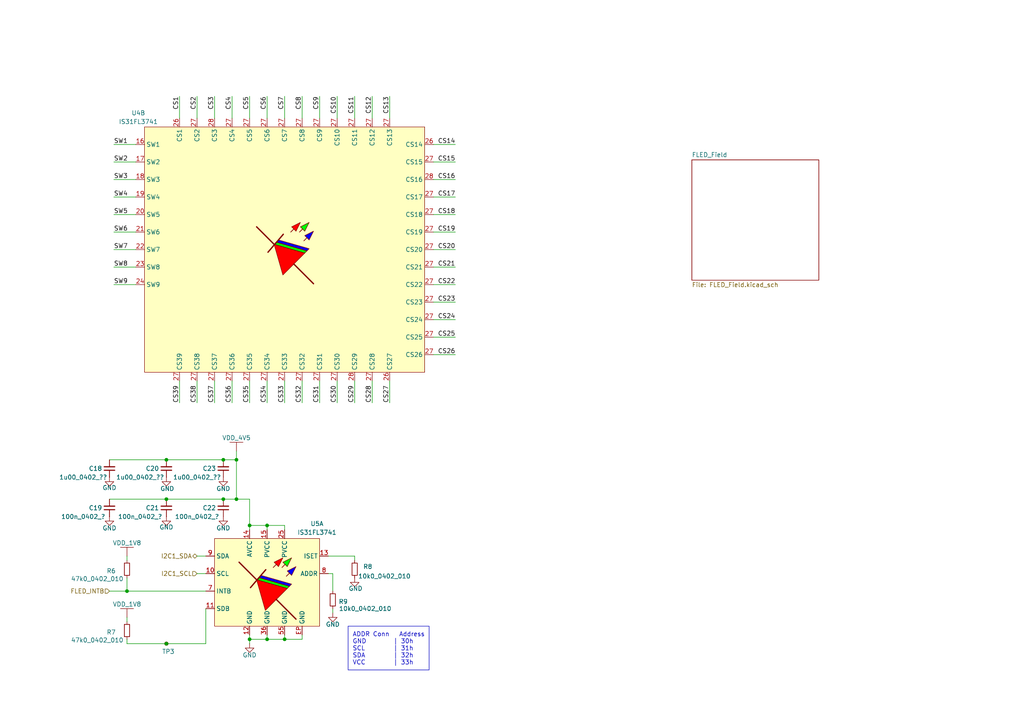
<source format=kicad_sch>
(kicad_sch (version 20250114) (generator "eeschema") (generator_version "9.0")
  (paper "A4")
  (title_block (title "Beacon Lite") (date "2025-04-13") (rev "1") (company "Beep Boop"))
  (lib_symbols
    (symbol "Beacon_Lite_Library:IS31FL3741"
      (property "Reference" "U" (at -5.08 5.08 0))
      (property "Value" "IS31FL3741" (at 0 2.54 0))
      (symbol "IS31FL3741_1_1"
        (rectangle (start 0 0) (end 30.48 -25.4) (fill (type background)))
        (polyline (pts (xy 7.112 -6.858) (xy 12.192 -11.938)) (stroke (width 0.381)))
        (polyline (pts (xy 10.414 -14.224) (xy 14.859 -9.017)) (stroke (width 0.381)))
        (polyline (pts (xy 12.192 -11.938) (xy 14.732 -20.828) (xy 21.082 -14.478) (xy 12.192 -11.938)) (fill (type color) (color 255 0 0 1)))
        (polyline (pts (xy 17.907 -7.493) (xy 17.018 -8.382)) (stroke (width 0.2032)))
        (polyline (pts (xy 17.907 -17.653) (xy 23.622 -23.368)) (stroke (width 0.381)))
        (polyline (pts (xy 18.542 -8.128) (xy 18.542 -8.128) (xy 19.812 -5.588) (xy 17.272 -6.858) (xy 18.542 -8.128)) (fill (type color) (color 255 0 0 1)))
        (polyline (pts (xy 20.447 -7.493) (xy 19.558 -8.382)) (stroke (width 0.2032)))
        (polyline (pts (xy 21.082 -8.128) (xy 21.082 -8.128) (xy 22.352 -5.588) (xy 19.812 -6.858) (xy 21.082 -8.128)) (fill (type color) (color 0 255 0 1)))
        (polyline (pts (xy 21.082 -14.478) (xy 21.717 -13.843) (xy 12.827 -11.303) (xy 12.192 -11.938) (xy 21.082 -14.478)) (fill (type color) (color 0 255 0 1)))
        (polyline (pts (xy 21.717 -10.033) (xy 20.828 -10.922)) (stroke (width 0.2032)))
        (polyline (pts (xy 21.717 -13.843) (xy 22.352 -13.208) (xy 13.462 -10.668) (xy 12.827 -11.303) (xy 21.717 -13.843)) (fill (type color) (color 0 0 255 1)))
        (polyline (pts (xy 22.352 -10.668) (xy 22.352 -10.668) (xy 23.622 -8.128) (xy 21.082 -9.398) (xy 22.352 -10.668)) (fill (type color) (color 0 0 255 1)))
        (pin bidirectional line (at -2.54 -5.08 0) (length 2.54) (name "SDA") (number "9"))
        (pin input line (at -2.54 -10.16 0) (length 2.54) (name "SCL") (number "10"))
        (pin input line (at -2.54 -15.24 0) (length 2.54) (name "INTB") (number "7"))
        (pin input line (at -2.54 -20.32 0) (length 2.54) (name "SDB") (number "11"))
        (pin power_in line (at 10.16 2.54 270) (length 2.54) (name "PVCC") (number "14"))
        (pin input line (at 10.16 -27.94 90) (length 2.54) (name "GND") (number "12"))
        (pin power_in line (at 15.24 2.54 270) (length 2.54) (name "PVCC") (number "15"))
        (pin passive line (at 15.24 -27.94 90) (length 2.54) (name "GND") (number "36"))
        (pin power_in line (at 20.32 2.54 270) (length 2.54) (name "PVCC") (number "25"))
        (pin passive line (at 20.32 -27.94 90) (length 2.54) (name "GND") (number "55"))
        (pin input line (at 33.02 -5.08 180) (length 2.54) (name "ISET") (number "13"))
        (pin input line (at 33.02 -10.16 180) (length 2.54) (name "ADDR") (number "8"))
      )
      (symbol "IS31FL3741_2_1"
        (rectangle (start 0 0) (end 81.28 -71.12) (fill (type background)))
        (polyline (pts (xy 32.512 -28.956) (xy 37.592 -34.036)) (stroke (width 0.381)))
        (polyline (pts (xy 35.814 -36.322) (xy 40.259 -31.115)) (stroke (width 0.381)))
        (polyline (pts (xy 37.592 -34.036) (xy 40.132 -42.926) (xy 46.482 -36.576) (xy 37.592 -34.036)) (fill (type color) (color 255 0 0 1)))
        (polyline (pts (xy 43.307 -29.591) (xy 42.418 -30.48)) (stroke (width 0.2032)))
        (polyline (pts (xy 43.307 -39.751) (xy 49.022 -45.466)) (stroke (width 0.381)))
        (polyline (pts (xy 43.942 -30.226) (xy 43.942 -30.226) (xy 45.212 -27.686) (xy 42.672 -28.956) (xy 43.942 -30.226)) (fill (type color) (color 255 0 0 1)))
        (polyline (pts (xy 45.847 -29.591) (xy 44.958 -30.48)) (stroke (width 0.2032)))
        (polyline (pts (xy 46.482 -30.226) (xy 46.482 -30.226) (xy 47.752 -27.686) (xy 45.212 -28.956) (xy 46.482 -30.226)) (fill (type color) (color 0 255 0 1)))
        (polyline (pts (xy 46.482 -36.576) (xy 47.117 -35.941) (xy 38.227 -33.401) (xy 37.592 -34.036) (xy 46.482 -36.576)) (fill (type color) (color 0 255 0 1)))
        (polyline (pts (xy 47.117 -32.131) (xy 46.228 -33.02)) (stroke (width 0.2032)))
        (polyline (pts (xy 47.117 -35.941) (xy 47.752 -35.306) (xy 38.862 -32.766) (xy 38.227 -33.401) (xy 47.117 -35.941)) (fill (type color) (color 0 0 255 1)))
        (polyline (pts (xy 47.752 -32.766) (xy 47.752 -32.766) (xy 49.022 -30.226) (xy 46.482 -31.496) (xy 47.752 -32.766)) (fill (type color) (color 0 0 255 1)))
        (pin output line (at -2.54 -5.08 0) (length 2.54) (name "SW1") (number "16"))
        (pin output line (at -2.54 -10.16 0) (length 2.54) (name "SW2") (number "17"))
        (pin output line (at -2.54 -15.24 0) (length 2.54) (name "SW3") (number "18"))
        (pin output line (at -2.54 -20.32 0) (length 2.54) (name "SW4") (number "19"))
        (pin output line (at -2.54 -25.4 0) (length 2.54) (name "SW5") (number "20"))
        (pin output line (at -2.54 -30.48 0) (length 2.54) (name "SW6") (number "21"))
        (pin output line (at -2.54 -35.56 0) (length 2.54) (name "SW7") (number "22"))
        (pin output line (at -2.54 -40.64 0) (length 2.54) (name "SW8") (number "23"))
        (pin output line (at -2.54 -45.72 0) (length 2.54) (name "SW9") (number "24"))
        (pin input line (at 10.16 2.54 270) (length 2.54) (name "CS1") (number "26"))
        (pin input line (at 10.16 -73.66 90) (length 2.54) (name "CS39") (number "27"))
        (pin input line (at 15.24 2.54 270) (length 2.54) (name "CS2") (number "27"))
        (pin input line (at 15.24 -73.66 90) (length 2.54) (name "CS38") (number "27"))
        (pin input line (at 20.32 2.54 270) (length 2.54) (name "CS3") (number "28"))
        (pin input line (at 20.32 -73.66 90) (length 2.54) (name "CS37") (number "27"))
        (pin input line (at 25.4 2.54 270) (length 2.54) (name "CS4") (number "27"))
        (pin input line (at 25.4 -73.66 90) (length 2.54) (name "CS36") (number "27"))
        (pin input line (at 30.48 2.54 270) (length 2.54) (name "CS5") (number "27"))
        (pin input line (at 30.48 -73.66 90) (length 2.54) (name "CS35") (number "27"))
        (pin input line (at 35.56 2.54 270) (length 2.54) (name "CS6") (number "27"))
        (pin input line (at 35.56 -73.66 90) (length 2.54) (name "CS34") (number "27"))
        (pin input line (at 40.64 2.54 270) (length 2.54) (name "CS7") (number "27"))
        (pin input line (at 40.64 -73.66 90) (length 2.54) (name "CS33") (number "27"))
        (pin input line (at 45.72 2.54 270) (length 2.54) (name "CS8") (number "27"))
        (pin input line (at 45.72 -73.66 90) (length 2.54) (name "CS32") (number "27"))
        (pin input line (at 50.8 2.54 270) (length 2.54) (name "CS9") (number "27"))
        (pin input line (at 50.8 -73.66 90) (length 2.54) (name "CS31") (number "27"))
        (pin input line (at 55.88 2.54 270) (length 2.54) (name "CS10") (number "27"))
        (pin input line (at 55.88 -73.66 90) (length 2.54) (name "CS30") (number "27"))
        (pin input line (at 60.96 2.54 270) (length 2.54) (name "CS11") (number "27"))
        (pin input line (at 60.96 -73.66 90) (length 2.54) (name "CS29") (number "28"))
        (pin input line (at 66.04 2.54 270) (length 2.54) (name "CS12") (number "27"))
        (pin input line (at 66.04 -73.66 90) (length 2.54) (name "CS28") (number "27"))
        (pin input line (at 71.12 2.54 270) (length 2.54) (name "CS13") (number "27"))
        (pin input line (at 71.12 -73.66 90) (length 2.54) (name "CS27") (number "26"))
        (pin input line (at 83.82 -5.08 180) (length 2.54) (name "CS14") (number "26"))
        (pin input line (at 83.82 -10.16 180) (length 2.54) (name "CS15") (number "27"))
        (pin input line (at 83.82 -15.24 180) (length 2.54) (name "CS16") (number "28"))
        (pin input line (at 83.82 -20.32 180) (length 2.54) (name "CS17") (number "27"))
        (pin input line (at 83.82 -25.4 180) (length 2.54) (name "CS18") (number "27"))
        (pin input line (at 83.82 -30.48 180) (length 2.54) (name "CS19") (number "27"))
        (pin input line (at 83.82 -35.56 180) (length 2.54) (name "CS20") (number "27"))
        (pin input line (at 83.82 -40.64 180) (length 2.54) (name "CS21") (number "27"))
        (pin input line (at 83.82 -45.72 180) (length 2.54) (name "CS22") (number "27"))
        (pin input line (at 83.82 -50.8 180) (length 2.54) (name "CS23") (number "27"))
        (pin input line (at 83.82 -55.88 180) (length 2.54) (name "CS24") (number "27"))
        (pin input line (at 83.82 -60.96 180) (length 2.54) (name "CS25") (number "27"))
        (pin input line (at 83.82 -66.04 180) (length 2.54) (name "CS26") (number "27"))
      )
    )
    (symbol "Beacon_Lite_Library:VDD" (power) (in_bom no) (on_board no)
      (property "Value" "VDD" (at 4.826 -0.508 0))
      (symbol "VDD_0_1"
        (polyline (pts (xy 0 2.54) (xy 0 0)))
        (polyline (pts (xy 1.905 2.54) (xy -1.905 2.54)))
      )
      (symbol "VDD_1_1"
        (pin power_in line (at 0 0 90) (length 2.54) (hide yes) (name "VDD_3V3") (number ""))
      )
    )
    (symbol "Connector:TestPoint_Small" (pin_numbers (hide yes)) (pin_names (offset 0.762) (hide yes))
      (property "Reference" "TP" (at 0 3.81 0))
      (property "Value" "TestPoint_Small" (at 0 2.032 0))
      (symbol "TestPoint_Small_0_1"
        (circle (center 0 0) (radius 0.508))
      )
      (symbol "TestPoint_Small_1_1"
        (pin passive line (at 0 0 90) (length 0) (name "1") (number "1"))
      )
    )
    (symbol "Device:C_Small" (pin_numbers (hide yes)) (pin_names (offset 0.254) (hide yes))
      (property "Reference" "C" (at 0.254 1.778 0))
      (property "Value" "C_Small" (at 0.254 -2.032 0))
      (symbol "C_Small_0_1"
        (polyline (pts (xy -1.524 0.508) (xy 1.524 0.508)) (stroke (width 0.3048)))
        (polyline (pts (xy -1.524 -0.508) (xy 1.524 -0.508)) (stroke (width 0.3302)))
      )
      (symbol "C_Small_1_1"
        (pin passive line (at 0 2.54 270) (length 2.032) (name "~") (number "1"))
        (pin passive line (at 0 -2.54 90) (length 2.032) (name "~") (number "2"))
      )
    )
    (symbol "Device:R_Small" (pin_numbers (hide yes)) (pin_names (offset 0.254) (hide yes))
      (property "Reference" "R" (at 0.762 0.508 0))
      (property "Value" "R_Small" (at 0.762 -1.016 0))
      (symbol "R_Small_0_1"
        (rectangle (start -0.762 1.778) (end 0.762 -1.778) (stroke (width 0.2032)))
      )
      (symbol "R_Small_1_1"
        (pin passive line (at 0 2.54 270) (length 0.762) (name "~") (number "1"))
        (pin passive line (at 0 -2.54 90) (length 0.762) (name "~") (number "2"))
      )
    )
    (symbol "IS31FL3741_1"
      (property "Reference" "U" (at -5.08 5.08 0))
      (property "Value" "IS31FL3741" (at 0 2.54 0))
      (symbol "IS31FL3741_1_1_1"
        (rectangle (start 0 0) (end 30.48 -25.4) (fill (type background)))
        (polyline (pts (xy 7.112 -6.858) (xy 12.192 -11.938)) (stroke (width 0.381)))
        (polyline (pts (xy 10.414 -14.224) (xy 14.859 -9.017)) (stroke (width 0.381)))
        (polyline (pts (xy 12.192 -11.938) (xy 14.732 -20.828) (xy 21.082 -14.478) (xy 12.192 -11.938)) (fill (type color) (color 255 0 0 1)))
        (polyline (pts (xy 17.907 -7.493) (xy 17.018 -8.382)) (stroke (width 0.2032)))
        (polyline (pts (xy 17.907 -17.653) (xy 23.622 -23.368)) (stroke (width 0.381)))
        (polyline (pts (xy 18.542 -8.128) (xy 18.542 -8.128) (xy 19.812 -5.588) (xy 17.272 -6.858) (xy 18.542 -8.128)) (fill (type color) (color 255 0 0 1)))
        (polyline (pts (xy 20.447 -7.493) (xy 19.558 -8.382)) (stroke (width 0.2032)))
        (polyline (pts (xy 21.082 -8.128) (xy 21.082 -8.128) (xy 22.352 -5.588) (xy 19.812 -6.858) (xy 21.082 -8.128)) (fill (type color) (color 0 255 0 1)))
        (polyline (pts (xy 21.082 -14.478) (xy 21.717 -13.843) (xy 12.827 -11.303) (xy 12.192 -11.938) (xy 21.082 -14.478)) (fill (type color) (color 0 255 0 1)))
        (polyline (pts (xy 21.717 -10.033) (xy 20.828 -10.922)) (stroke (width 0.2032)))
        (polyline (pts (xy 21.717 -13.843) (xy 22.352 -13.208) (xy 13.462 -10.668) (xy 12.827 -11.303) (xy 21.717 -13.843)) (fill (type color) (color 0 0 255 1)))
        (polyline (pts (xy 22.352 -10.668) (xy 22.352 -10.668) (xy 23.622 -8.128) (xy 21.082 -9.398) (xy 22.352 -10.668)) (fill (type color) (color 0 0 255 1)))
        (pin bidirectional line (at -2.54 -5.08 0) (length 2.54) (name "SDA") (number "9"))
        (pin input line (at -2.54 -10.16 0) (length 2.54) (name "SCL") (number "10"))
        (pin input line (at -2.54 -15.24 0) (length 2.54) (name "INTB") (number "7"))
        (pin input line (at -2.54 -20.32 0) (length 2.54) (name "SDB") (number "11"))
        (pin power_in line (at 10.16 2.54 270) (length 2.54) (name "AVCC") (number "14"))
        (pin input line (at 10.16 -27.94 90) (length 2.54) (name "GND") (number "12"))
        (pin power_in line (at 15.24 2.54 270) (length 2.54) (name "PVCC") (number "15"))
        (pin passive line (at 15.24 -27.94 90) (length 2.54) (name "GND") (number "36"))
        (pin power_in line (at 20.32 2.54 270) (length 2.54) (name "PVCC") (number "25"))
        (pin passive line (at 20.32 -27.94 90) (length 2.54) (name "GND") (number "55"))
        (pin passive line (at 25.4 -27.94 90) (length 2.54) (name "GND") (number "EP"))
        (pin input line (at 33.02 -5.08 180) (length 2.54) (name "ISET") (number "13"))
        (pin input line (at 33.02 -10.16 180) (length 2.54) (name "ADDR") (number "8"))
      )
      (symbol "IS31FL3741_1_2_1"
        (rectangle (start 0 0) (end 81.28 -71.12) (fill (type background)))
        (polyline (pts (xy 32.512 -28.956) (xy 37.592 -34.036)) (stroke (width 0.381)))
        (polyline (pts (xy 35.814 -36.322) (xy 40.259 -31.115)) (stroke (width 0.381)))
        (polyline (pts (xy 37.592 -34.036) (xy 40.132 -42.926) (xy 46.482 -36.576) (xy 37.592 -34.036)) (fill (type color) (color 255 0 0 1)))
        (polyline (pts (xy 43.307 -29.591) (xy 42.418 -30.48)) (stroke (width 0.2032)))
        (polyline (pts (xy 43.307 -39.751) (xy 49.022 -45.466)) (stroke (width 0.381)))
        (polyline (pts (xy 43.942 -30.226) (xy 43.942 -30.226) (xy 45.212 -27.686) (xy 42.672 -28.956) (xy 43.942 -30.226)) (fill (type color) (color 255 0 0 1)))
        (polyline (pts (xy 45.847 -29.591) (xy 44.958 -30.48)) (stroke (width 0.2032)))
        (polyline (pts (xy 46.482 -30.226) (xy 46.482 -30.226) (xy 47.752 -27.686) (xy 45.212 -28.956) (xy 46.482 -30.226)) (fill (type color) (color 0 255 0 1)))
        (polyline (pts (xy 46.482 -36.576) (xy 47.117 -35.941) (xy 38.227 -33.401) (xy 37.592 -34.036) (xy 46.482 -36.576)) (fill (type color) (color 0 255 0 1)))
        (polyline (pts (xy 47.117 -32.131) (xy 46.228 -33.02)) (stroke (width 0.2032)))
        (polyline (pts (xy 47.117 -35.941) (xy 47.752 -35.306) (xy 38.862 -32.766) (xy 38.227 -33.401) (xy 47.117 -35.941)) (fill (type color) (color 0 0 255 1)))
        (polyline (pts (xy 47.752 -32.766) (xy 47.752 -32.766) (xy 49.022 -30.226) (xy 46.482 -31.496) (xy 47.752 -32.766)) (fill (type color) (color 0 0 255 1)))
        (pin output line (at -2.54 -5.08 0) (length 2.54) (name "SW1") (number "16"))
        (pin output line (at -2.54 -10.16 0) (length 2.54) (name "SW2") (number "17"))
        (pin output line (at -2.54 -15.24 0) (length 2.54) (name "SW3") (number "18"))
        (pin output line (at -2.54 -20.32 0) (length 2.54) (name "SW4") (number "19"))
        (pin output line (at -2.54 -25.4 0) (length 2.54) (name "SW5") (number "20"))
        (pin output line (at -2.54 -30.48 0) (length 2.54) (name "SW6") (number "21"))
        (pin output line (at -2.54 -35.56 0) (length 2.54) (name "SW7") (number "22"))
        (pin output line (at -2.54 -40.64 0) (length 2.54) (name "SW8") (number "23"))
        (pin output line (at -2.54 -45.72 0) (length 2.54) (name "SW9") (number "24"))
        (pin input line (at 10.16 2.54 270) (length 2.54) (name "CS1") (number "26"))
        (pin input line (at 10.16 -73.66 90) (length 2.54) (name "CS39") (number "6"))
        (pin input line (at 15.24 2.54 270) (length 2.54) (name "CS2") (number "27"))
        (pin input line (at 15.24 -73.66 90) (length 2.54) (name "CS38") (number "5"))
        (pin input line (at 20.32 2.54 270) (length 2.54) (name "CS3") (number "28"))
        (pin input line (at 20.32 -73.66 90) (length 2.54) (name "CS37") (number "4"))
        (pin input line (at 25.4 2.54 270) (length 2.54) (name "CS4") (number "27"))
        (pin input line (at 25.4 -73.66 90) (length 2.54) (name "CS36") (number "3"))
        (pin input line (at 30.48 2.54 270) (length 2.54) (name "CS5") (number "30"))
        (pin input line (at 30.48 -73.66 90) (length 2.54) (name "CS35") (number "2"))
        (pin input line (at 35.56 2.54 270) (length 2.54) (name "CS6") (number "31"))
        (pin input line (at 35.56 -73.66 90) (length 2.54) (name "CS34") (number "1"))
        (pin input line (at 40.64 2.54 270) (length 2.54) (name "CS7") (number "32"))
        (pin input line (at 40.64 -73.66 90) (length 2.54) (name "CS33") (number "60"))
        (pin input line (at 45.72 2.54 270) (length 2.54) (name "CS8") (number "33"))
        (pin input line (at 45.72 -73.66 90) (length 2.54) (name "CS32") (number "59"))
        (pin input line (at 50.8 2.54 270) (length 2.54) (name "CS9") (number "34"))
        (pin input line (at 50.8 -73.66 90) (length 2.54) (name "CS31") (number "58"))
        (pin input line (at 55.88 2.54 270) (length 2.54) (name "CS10") (number "35"))
        (pin input line (at 55.88 -73.66 90) (length 2.54) (name "CS30") (number "57"))
        (pin input line (at 60.96 2.54 270) (length 2.54) (name "CS11") (number "37"))
        (pin input line (at 60.96 -73.66 90) (length 2.54) (name "CS29") (number "56"))
        (pin input line (at 66.04 2.54 270) (length 2.54) (name "CS12") (number "38"))
        (pin input line (at 66.04 -73.66 90) (length 2.54) (name "CS28") (number "54"))
        (pin input line (at 71.12 2.54 270) (length 2.54) (name "CS13") (number "39"))
        (pin input line (at 71.12 -73.66 90) (length 2.54) (name "CS27") (number "53"))
        (pin input line (at 83.82 -5.08 180) (length 2.54) (name "CS14") (number "40"))
        (pin input line (at 83.82 -10.16 180) (length 2.54) (name "CS15") (number "41"))
        (pin input line (at 83.82 -15.24 180) (length 2.54) (name "CS16") (number "42"))
        (pin input line (at 83.82 -20.32 180) (length 2.54) (name "CS17") (number "43"))
        (pin input line (at 83.82 -25.4 180) (length 2.54) (name "CS18") (number "44"))
        (pin input line (at 83.82 -30.48 180) (length 2.54) (name "CS19") (number "45"))
        (pin input line (at 83.82 -35.56 180) (length 2.54) (name "CS20") (number "46"))
        (pin input line (at 83.82 -40.64 180) (length 2.54) (name "CS21") (number "47"))
        (pin input line (at 83.82 -45.72 180) (length 2.54) (name "CS22") (number "48"))
        (pin input line (at 83.82 -50.8 180) (length 2.54) (name "CS23") (number "49"))
        (pin input line (at 83.82 -55.88 180) (length 2.54) (name "CS24") (number "50"))
        (pin input line (at 83.82 -60.96 180) (length 2.54) (name "CS25") (number "51"))
        (pin input line (at 83.82 -66.04 180) (length 2.54) (name "CS26") (number "52"))
      )
    )
    (symbol "power:GND" (power) (pin_numbers (hide yes)) (pin_names (offset 0) (hide yes))
      (property "Value" "GND" (at 0 -3.81 0))
      (symbol "GND_0_1"
        (polyline (pts (xy 0 0) (xy 0 -1.27) (xy 1.27 -1.27) (xy 0 -2.54) (xy -1.27 -1.27) (xy 0 -1.27)))
      )
      (symbol "GND_1_1"
        (pin power_in line (at 0 0 270) (length 0) (name "~") (number "1"))
      )
    )
  )
  (rectangle (start 100.965 181.61) (end 124.46 194.31))
  (text "ADDR Conn   Address\nGND 	  | 30h\nSCL		  | 31h\nSDA 	  | 32h\nVCC 	  | 33h" (at 102.235 193.04 0) (effects (font (size 1.27 1.27)) (justify left bottom)))
  (junction (at 77.47 185.42))
  (junction (at 48.26 133.35))
  (junction (at 77.47 152.4))
  (junction (at 72.39 185.42))
  (junction (at 68.58 144.78))
  (junction (at 72.39 152.4))
  (junction (at 64.77 144.78))
  (junction (at 48.26 186.69))
  (junction (at 48.26 144.78))
  (junction (at 64.77 133.35))
  (junction (at 82.55 185.42))
  (junction (at 36.83 171.45))
  (junction (at 68.58 133.35))
  (wire (pts (xy 48.26 133.35) (xy 31.75 133.35)))
  (wire (pts (xy 33.02 72.39) (xy 39.37 72.39)))
  (wire (pts (xy 132.08 62.23) (xy 125.73 62.23)))
  (wire (pts (xy 87.63 27.94) (xy 87.63 34.29)))
  (wire (pts (xy 132.08 82.55) (xy 125.73 82.55)))
  (wire (pts (xy 33.02 41.91) (xy 39.37 41.91)))
  (wire (pts (xy 52.07 27.94) (xy 52.07 34.29)))
  (wire (pts (xy 36.83 161.29) (xy 36.83 162.56)))
  (wire (pts (xy 77.47 185.42) (xy 72.39 185.42)))
  (wire (pts (xy 33.02 67.31) (xy 39.37 67.31)))
  (wire (pts (xy 36.83 185.42) (xy 36.83 186.69)))
  (wire (pts (xy 107.95 27.94) (xy 107.95 34.29)))
  (wire (pts (xy 72.39 185.42) (xy 72.39 184.15)))
  (wire (pts (xy 87.63 185.42) (xy 82.55 185.42)))
  (wire (pts (xy 72.39 116.84) (xy 72.39 110.49)))
  (wire (pts (xy 82.55 152.4) (xy 77.47 152.4)))
  (wire (pts (xy 33.02 77.47) (xy 39.37 77.47)))
  (wire (pts (xy 36.83 171.45) (xy 59.69 171.45)))
  (wire (pts (xy 36.83 167.64) (xy 36.83 171.45)))
  (wire (pts (xy 33.02 46.99) (xy 39.37 46.99)))
  (wire (pts (xy 132.08 41.91) (xy 125.73 41.91)))
  (wire (pts (xy 77.47 185.42) (xy 82.55 185.42)))
  (wire (pts (xy 77.47 116.84) (xy 77.47 110.49)))
  (wire (pts (xy 77.47 152.4) (xy 77.47 153.67)))
  (wire (pts (xy 48.26 144.78) (xy 31.75 144.78)))
  (wire (pts (xy 31.75 171.45) (xy 36.83 171.45)))
  (wire (pts (xy 57.15 116.84) (xy 57.15 110.49)))
  (wire (pts (xy 62.23 116.84) (xy 62.23 110.49)))
  (wire (pts (xy 33.02 62.23) (xy 39.37 62.23)))
  (wire (pts (xy 132.08 87.63) (xy 125.73 87.63)))
  (wire (pts (xy 97.79 116.84) (xy 97.79 110.49)))
  (wire (pts (xy 132.08 57.15) (xy 125.73 57.15)))
  (wire (pts (xy 92.71 116.84) (xy 92.71 110.49)))
  (wire (pts (xy 102.87 27.94) (xy 102.87 34.29)))
  (wire (pts (xy 33.02 52.07) (xy 39.37 52.07)))
  (wire (pts (xy 87.63 116.84) (xy 87.63 110.49)))
  (wire (pts (xy 72.39 27.94) (xy 72.39 34.29)))
  (wire (pts (xy 82.55 27.94) (xy 82.55 34.29)))
  (wire (pts (xy 68.58 144.78) (xy 64.77 144.78)))
  (wire (pts (xy 102.87 161.29) (xy 102.87 162.56)))
  (wire (pts (xy 72.39 153.67) (xy 72.39 152.4)))
  (wire (pts (xy 96.52 166.37) (xy 95.25 166.37)))
  (wire (pts (xy 132.08 46.99) (xy 125.73 46.99)))
  (wire (pts (xy 102.87 116.84) (xy 102.87 110.49)))
  (wire (pts (xy 96.52 171.45) (xy 96.52 166.37)))
  (wire (pts (xy 33.02 57.15) (xy 39.37 57.15)))
  (wire (pts (xy 68.58 133.35) (xy 68.58 144.78)))
  (wire (pts (xy 77.47 27.94) (xy 77.47 34.29)))
  (wire (pts (xy 92.71 27.94) (xy 92.71 34.29)))
  (wire (pts (xy 57.15 161.29) (xy 59.69 161.29)))
  (wire (pts (xy 67.31 116.84) (xy 67.31 110.49)))
  (wire (pts (xy 57.15 166.37) (xy 59.69 166.37)))
  (wire (pts (xy 72.39 144.78) (xy 72.39 152.4)))
  (wire (pts (xy 68.58 130.81) (xy 68.58 133.35)))
  (wire (pts (xy 33.02 82.55) (xy 39.37 82.55)))
  (wire (pts (xy 67.31 27.94) (xy 67.31 34.29)))
  (wire (pts (xy 68.58 133.35) (xy 64.77 133.35)))
  (wire (pts (xy 132.08 102.87) (xy 125.73 102.87)))
  (wire (pts (xy 62.23 27.94) (xy 62.23 34.29)))
  (wire (pts (xy 77.47 184.15) (xy 77.47 185.42)))
  (wire (pts (xy 36.83 186.69) (xy 48.26 186.69)))
  (wire (pts (xy 97.79 27.94) (xy 97.79 34.29)))
  (wire (pts (xy 64.77 144.78) (xy 48.26 144.78)))
  (wire (pts (xy 95.25 161.29) (xy 102.87 161.29)))
  (wire (pts (xy 132.08 72.39) (xy 125.73 72.39)))
  (wire (pts (xy 132.08 92.71) (xy 125.73 92.71)))
  (wire (pts (xy 72.39 152.4) (xy 77.47 152.4)))
  (wire (pts (xy 48.26 186.69) (xy 59.69 186.69)))
  (wire (pts (xy 132.08 67.31) (xy 125.73 67.31)))
  (wire (pts (xy 87.63 184.15) (xy 87.63 185.42)))
  (wire (pts (xy 113.03 116.84) (xy 113.03 110.49)))
  (wire (pts (xy 113.03 27.94) (xy 113.03 34.29)))
  (wire (pts (xy 132.08 52.07) (xy 125.73 52.07)))
  (wire (pts (xy 36.83 179.07) (xy 36.83 180.34)))
  (wire (pts (xy 132.08 77.47) (xy 125.73 77.47)))
  (wire (pts (xy 82.55 153.67) (xy 82.55 152.4)))
  (wire (pts (xy 68.58 144.78) (xy 72.39 144.78)))
  (wire (pts (xy 82.55 116.84) (xy 82.55 110.49)))
  (wire (pts (xy 96.52 176.53) (xy 96.52 177.8)))
  (wire (pts (xy 82.55 184.15) (xy 82.55 185.42)))
  (wire (pts (xy 132.08 97.79) (xy 125.73 97.79)))
  (wire (pts (xy 107.95 116.84) (xy 107.95 110.49)))
  (wire (pts (xy 52.07 116.84) (xy 52.07 110.49)))
  (wire (pts (xy 59.69 186.69) (xy 59.69 176.53)))
  (wire (pts (xy 64.77 133.35) (xy 48.26 133.35)))
  (wire (pts (xy 57.15 27.94) (xy 57.15 34.29)))
  (wire (pts (xy 72.39 186.69) (xy 72.39 185.42)))
  (label "CS37" (at 62.23 116.84 90))
  (label "CS8" (at 87.63 27.94 270))
  (label "SW3" (at 33.02 52.07 0))
  (label "SW9" (at 33.02 82.55 0))
  (label "CS10" (at 97.79 27.94 270))
  (label "CS29" (at 102.87 116.84 90))
  (label "CS26" (at 132.08 102.87 180))
  (label "CS14" (at 132.08 41.91 180))
  (label "SW1" (at 33.02 41.91 0))
  (label "SW5" (at 33.02 62.23 0))
  (label "CS30" (at 97.79 116.84 90))
  (label "CS3" (at 62.23 27.94 270))
  (label "CS12" (at 107.95 27.94 270))
  (label "CS13" (at 113.03 27.94 270))
  (label "CS36" (at 67.31 116.84 90))
  (label "CS22" (at 132.08 82.55 180))
  (label "CS20" (at 132.08 72.39 180))
  (label "CS38" (at 57.15 116.84 90))
  (label "CS24" (at 132.08 92.71 180))
  (label "CS32" (at 87.63 116.84 90))
  (label "SW8" (at 33.02 77.47 0))
  (label "CS15" (at 132.08 46.99 180))
  (label "CS23" (at 132.08 87.63 180))
  (label "CS39" (at 52.07 116.84 90))
  (label "SW2" (at 33.02 46.99 0))
  (label "CS5" (at 72.39 27.94 270))
  (label "SW6" (at 33.02 67.31 0))
  (label "CS27" (at 113.03 116.84 90))
  (label "SW7" (at 33.02 72.39 0))
  (label "CS33" (at 82.55 116.84 90))
  (label "SW4" (at 33.02 57.15 0))
  (label "CS4" (at 67.31 27.94 270))
  (label "CS31" (at 92.71 116.84 90))
  (label "CS6" (at 77.47 27.94 270))
  (label "CS19" (at 132.08 67.31 180))
  (label "CS34" (at 77.47 116.84 90))
  (label "CS2" (at 57.15 27.94 270))
  (label "CS25" (at 132.08 97.79 180))
  (label "CS7" (at 82.55 27.94 270))
  (label "CS9" (at 92.71 27.94 270))
  (label "CS28" (at 107.95 116.84 90))
  (label "CS21" (at 132.08 77.47 180))
  (label "CS16" (at 132.08 52.07 180))
  (label "CS17" (at 132.08 57.15 180))
  (label "CS1" (at 52.07 27.94 270))
  (label "CS11" (at 102.87 27.94 270))
  (label "CS35" (at 72.39 116.84 90))
  (label "CS18" (at 132.08 62.23 180))
  (hierarchical_label "FLED_INTB" (shape input) (at 31.75 171.45 180) (property "Intersheetrefs" "${INTERSHEET_REFS}" (effects (hide yes))))
  (hierarchical_label "I2C1_SCL" (shape input) (at 57.15 166.37 180) (property "Intersheetrefs" "${INTERSHEET_REFS}" (effects (hide yes))))
  (hierarchical_label "I2C1_SDA" (shape bidirectional) (at 57.15 161.29 180) (property "Intersheetrefs" "${INTERSHEET_REFS}" (effects (hide yes))))
  (symbol (lib_id "power:GND") (at 31.75 149.86 0) (unit 1)
    (property "Reference" "#PWR041" (effects (hide yes)))
    (property "Value" "GND" (at 31.75 153.162 0))
    (property "Description" "Power symbol creates a global label with name \"GND\" , ground" (effects (hide yes)))
  )
  (symbol (lib_id "Beacon_Lite_Library:VDD") (at 36.83 179.07 0) (unit 1) (in_bom no) (on_board no)
    (property "Reference" "#PWR043" (effects (hide yes)))
    (property "Value" "VDD_1V8" (at 36.83 175.26 0))
  )
  (symbol (lib_id "Device:C_Small") (at 31.75 135.89 180) (unit 1)
    (property "Reference" "C18" (at 27.686 135.89 0))
    (property "Value" "1u00_0402_??" (at 24.13 138.43 0))
    (property "Footprint" "Footprint_Library:0402_1005Metric_Handsolder" (effects (hide yes)))
  )
  (symbol (lib_id "Device:R_Small") (at 36.83 165.1 180) (unit 1)
    (property "Reference" "R6" (at 32.258 165.608 0))
    (property "Value" "47k0_0402_010" (at 28.194 167.894 0))
    (property "Footprint" "Footprint_Library:0402_1005Metric_Handsolder" (effects (hide yes)))
  )
  (symbol (lib_id "Beacon_Lite_Library:VDD") (at 68.58 130.81 0) (unit 1) (in_bom no) (on_board no)
    (property "Reference" "#PWR035" (effects (hide yes)))
    (property "Value" "VDD_4V5" (at 68.58 127 0))
  )
  (symbol (lib_id "power:GND") (at 72.39 186.69 0) (unit 1)
    (property "Reference" "#PWR034" (effects (hide yes)))
    (property "Value" "GND" (at 72.39 189.992 0))
    (property "Description" "Power symbol creates a global label with name \"GND\" , ground" (effects (hide yes)))
  )
  (symbol (lib_id "Device:C_Small") (at 64.77 135.89 180) (unit 1)
    (property "Reference" "C23" (at 60.706 135.89 0))
    (property "Value" "1u00_0402_??" (at 57.15 138.43 0))
    (property "Footprint" "Footprint_Library:0402_1005Metric_Handsolder" (effects (hide yes)))
  )
  (symbol (lib_id "power:GND") (at 48.26 149.86 0) (unit 1)
    (property "Reference" "#PWR036" (effects (hide yes)))
    (property "Value" "GND" (at 48.26 152.908 0))
    (property "Description" "Power symbol creates a global label with name \"GND\" , ground" (effects (hide yes)))
  )
  (symbol (lib_id "power:GND") (at 48.26 138.43 0) (unit 1)
    (property "Reference" "#PWR039" (effects (hide yes)))
    (property "Value" "GND" (at 48.514 141.732 0))
    (property "Description" "Power symbol creates a global label with name \"GND\" , ground" (effects (hide yes)))
  )
  (symbol (lib_id "Beacon_Lite_Library:IS31FL3741") (at 41.91 36.83 0) (unit 2)
    (property "Reference" "U4" (at 40.132 32.766 0))
    (property "Value" "IS31FL3741" (at 40.132 35.306 0))
    (property "Datasheet" "https://www.mouser.com/ProductDetail/Lumissil/IS31FL3741A-QFLS4-TR?qs=vHuUswq2%252BswTP7dMFLQAvQ%3D%3D" (effects (hide yes)))
  )
  (symbol (lib_name "IS31FL3741_1") (lib_id "Beacon_Lite_Library:IS31FL3741") (at 62.23 156.21 0) (unit 1)
    (property "Reference" "U5" (at 91.948 151.892 0))
    (property "Value" "IS31FL3741" (at 91.948 154.432 0))
    (property "Datasheet" "https://www.mouser.com/ProductDetail/Lumissil/IS31FL3741A-QFLS4-TR?qs=vHuUswq2%252BswTP7dMFLQAvQ%3D%3D" (effects (hide yes)))
    (property "Description" "LED Driver, I2C, 39X9 Dot Matrix" (effects (hide yes)))
  )
  (symbol (lib_id "power:GND") (at 31.75 138.43 0) (unit 1)
    (property "Reference" "#PWR040" (effects (hide yes)))
    (property "Value" "GND" (at 31.75 141.478 0))
    (property "Description" "Power symbol creates a global label with name \"GND\" , ground" (effects (hide yes)))
  )
  (symbol (lib_id "power:GND") (at 64.77 138.43 0) (unit 1)
    (property "Reference" "#PWR038" (effects (hide yes)))
    (property "Value" "GND" (at 64.77 141.732 0))
    (property "Description" "Power symbol creates a global label with name \"GND\" , ground" (effects (hide yes)))
  )
  (symbol (lib_id "power:GND") (at 64.77 149.86 0) (unit 1)
    (property "Reference" "#PWR037" (effects (hide yes)))
    (property "Value" "GND" (at 64.77 153.162 0))
    (property "Description" "Power symbol creates a global label with name \"GND\" , ground" (effects (hide yes)))
  )
  (symbol (lib_id "Device:R_Small") (at 102.87 165.1 180) (unit 1)
    (property "Reference" "R8" (at 106.68 164.338 0))
    (property "Value" "10k0_0402_010" (at 111.506 167.132 0))
    (property "Footprint" "Footprint_Library:0402_1005Metric_Handsolder" (effects (hide yes)))
  )
  (symbol (lib_id "Device:C_Small") (at 48.26 147.32 180) (unit 1)
    (property "Reference" "C21" (at 44.196 147.32 0))
    (property "Value" "100n_0402_?" (at 40.64 149.86 0))
    (property "Footprint" "Footprint_Library:0402_1005Metric_Handsolder" (effects (hide yes)))
  )
  (symbol (lib_id "Device:R_Small") (at 36.83 182.88 180) (unit 1)
    (property "Reference" "R7" (at 32.258 183.388 0))
    (property "Value" "47k0_0402_010" (at 28.194 185.674 0))
    (property "Footprint" "Footprint_Library:0402_1005Metric_Handsolder" (effects (hide yes)))
  )
  (symbol (lib_id "Beacon_Lite_Library:VDD") (at 36.83 161.29 0) (unit 1) (in_bom no) (on_board no)
    (property "Reference" "#PWR042" (effects (hide yes)))
    (property "Value" "VDD_1V8" (at 36.83 157.48 0))
  )
  (symbol (lib_id "Device:C_Small") (at 31.75 147.32 180) (unit 1)
    (property "Reference" "C19" (at 27.686 147.32 0))
    (property "Value" "100n_0402_?" (at 24.13 149.86 0))
    (property "Footprint" "Footprint_Library:0402_1005Metric_Handsolder" (effects (hide yes)))
  )
  (symbol (lib_id "Device:R_Small") (at 96.52 173.99 180) (unit 1)
    (property "Reference" "R9" (at 99.568 174.498 0))
    (property "Value" "10k0_0402_010" (at 105.918 176.53 0))
    (property "Footprint" "Footprint_Library:0402_1005Metric_Handsolder" (effects (hide yes)))
  )
  (symbol (lib_id "Device:C_Small") (at 48.26 135.89 180) (unit 1)
    (property "Reference" "C20" (at 44.196 135.89 0))
    (property "Value" "1u00_0402_??" (at 40.64 138.43 0))
    (property "Footprint" "Footprint_Library:0402_1005Metric_Handsolder" (effects (hide yes)))
  )
  (symbol (lib_id "Device:C_Small") (at 64.77 147.32 180) (unit 1)
    (property "Reference" "C22" (at 60.706 147.32 0))
    (property "Value" "100n_0402_?" (at 57.15 149.86 0))
    (property "Footprint" "Footprint_Library:0402_1005Metric_Handsolder" (effects (hide yes)))
  )
  (symbol (lib_id "power:GND") (at 96.52 177.8 0) (unit 1)
    (property "Reference" "#PWR045" (effects (hide yes)))
    (property "Value" "GND" (at 96.52 181.102 0))
    (property "Description" "Power symbol creates a global label with name \"GND\" , ground" (effects (hide yes)))
  )
  (symbol (lib_id "power:GND") (at 102.87 167.64 0) (unit 1)
    (property "Reference" "#PWR044" (effects (hide yes)))
    (property "Value" "GND" (at 103.124 170.688 0))
    (property "Description" "Power symbol creates a global label with name \"GND\" , ground" (effects (hide yes)))
  )
  (symbol (lib_id "Connector:TestPoint_Small") (at 48.26 186.69 0) (unit 1)
    (property "Reference" "TP3" (at 46.99 188.976 0) (effects (justify left)))
    (property "Value" "TestPoint_Small" (effects (hide yes)))
    (property "Description" "test point" (effects (hide yes)))
  )
  (sheet (at 200.66 46.355) (size 36.83 34.925) (stroke (width 0.1524))
    (property "Sheetname" "FLED_Field" (at 200.66 45.6434 0) (effects (justify left bottom)))
    (property "Sheetfile" "FLED_Field.kicad_sch" (at 200.66 81.8646 0) (effects (justify left top)))
  )
)
</source>
